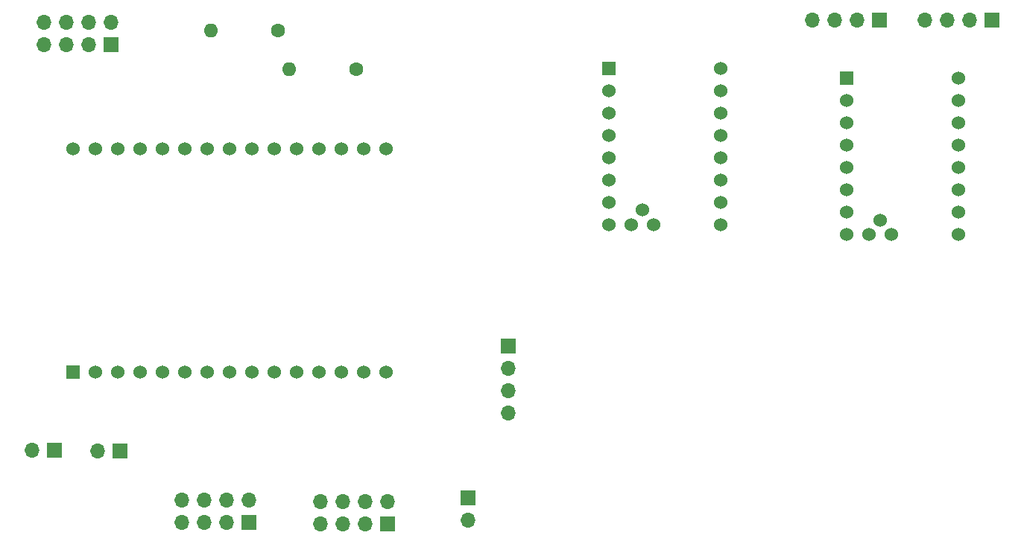
<source format=gbr>
%TF.GenerationSoftware,KiCad,Pcbnew,5.1.9-73d0e3b20d~88~ubuntu20.04.1*%
%TF.CreationDate,2021-04-09T21:37:22+02:00*%
%TF.ProjectId,RBY_tireuse,5242595f-7469-4726-9575-73652e6b6963,rev?*%
%TF.SameCoordinates,Original*%
%TF.FileFunction,Soldermask,Bot*%
%TF.FilePolarity,Negative*%
%FSLAX46Y46*%
G04 Gerber Fmt 4.6, Leading zero omitted, Abs format (unit mm)*
G04 Created by KiCad (PCBNEW 5.1.9-73d0e3b20d~88~ubuntu20.04.1) date 2021-04-09 21:37:22*
%MOMM*%
%LPD*%
G01*
G04 APERTURE LIST*
%ADD10O,1.700000X1.700000*%
%ADD11R,1.700000X1.700000*%
%ADD12R,1.524000X1.524000*%
%ADD13C,1.524000*%
%ADD14O,1.600000X1.600000*%
%ADD15C,1.600000*%
G04 APERTURE END LIST*
D10*
%TO.C,J6*%
X106807000Y-110236000D03*
X106807000Y-107696000D03*
X106807000Y-105156000D03*
D11*
X106807000Y-102616000D03*
%TD*%
D10*
%TO.C,J7*%
X102235000Y-122428000D03*
D11*
X102235000Y-119888000D03*
%TD*%
D12*
%TO.C,U3*%
X57404000Y-105537000D03*
D13*
X59944000Y-105537000D03*
X62484000Y-105537000D03*
X65024000Y-105537000D03*
X67564000Y-105537000D03*
X70104000Y-105537000D03*
X72644000Y-105537000D03*
X75184000Y-105537000D03*
X77724000Y-105537000D03*
X80264000Y-105537000D03*
X82804000Y-105537000D03*
X85344000Y-105537000D03*
X87884000Y-105537000D03*
X90424000Y-105537000D03*
X92964000Y-105537000D03*
X92964000Y-80137000D03*
X90424000Y-80137000D03*
X87884000Y-80137000D03*
X85344000Y-80137000D03*
X82804000Y-80137000D03*
X80264000Y-80137000D03*
X77724000Y-80137000D03*
X75184000Y-80137000D03*
X72644000Y-80137000D03*
X70104000Y-80137000D03*
X67564000Y-80137000D03*
X65024000Y-80137000D03*
X62484000Y-80137000D03*
X59944000Y-80137000D03*
X57404000Y-80137000D03*
%TD*%
%TO.C,U2*%
X149098000Y-88265000D03*
X150368000Y-89916000D03*
X147828000Y-89916000D03*
D12*
X145288000Y-72136000D03*
D13*
X145288000Y-74676000D03*
X145288000Y-77216000D03*
X145288000Y-79756000D03*
X145288000Y-82296000D03*
X145288000Y-84836000D03*
X145288000Y-87376000D03*
X145288000Y-89916000D03*
X157988000Y-89916000D03*
X157988000Y-87376000D03*
X157988000Y-84836000D03*
X157988000Y-82296000D03*
X157988000Y-79756000D03*
X157988000Y-77216000D03*
X157988000Y-74676000D03*
X157988000Y-72136000D03*
%TD*%
%TO.C,U1*%
X122047000Y-87122000D03*
X123317000Y-88773000D03*
X120777000Y-88773000D03*
D12*
X118237000Y-70993000D03*
D13*
X118237000Y-73533000D03*
X118237000Y-76073000D03*
X118237000Y-78613000D03*
X118237000Y-81153000D03*
X118237000Y-83693000D03*
X118237000Y-86233000D03*
X118237000Y-88773000D03*
X130937000Y-88773000D03*
X130937000Y-86233000D03*
X130937000Y-83693000D03*
X130937000Y-81153000D03*
X130937000Y-78613000D03*
X130937000Y-76073000D03*
X130937000Y-73533000D03*
X130937000Y-70993000D03*
%TD*%
D14*
%TO.C,R2*%
X81915000Y-71120000D03*
D15*
X89535000Y-71120000D03*
%TD*%
D14*
%TO.C,R1*%
X73025000Y-66675000D03*
D15*
X80645000Y-66675000D03*
%TD*%
D10*
%TO.C,J9*%
X60198000Y-114554000D03*
D11*
X62738000Y-114554000D03*
%TD*%
D10*
%TO.C,J8*%
X52705000Y-114427000D03*
D11*
X55245000Y-114427000D03*
%TD*%
D10*
%TO.C,J5*%
X154178000Y-65532000D03*
X156718000Y-65532000D03*
X159258000Y-65532000D03*
D11*
X161798000Y-65532000D03*
%TD*%
D10*
%TO.C,J4*%
X141351000Y-65532000D03*
X143891000Y-65532000D03*
X146431000Y-65532000D03*
D11*
X148971000Y-65532000D03*
%TD*%
D10*
%TO.C,J3*%
X69723000Y-120142000D03*
X69723000Y-122682000D03*
X72263000Y-120142000D03*
X72263000Y-122682000D03*
X74803000Y-120142000D03*
X74803000Y-122682000D03*
X77343000Y-120142000D03*
D11*
X77343000Y-122682000D03*
%TD*%
D10*
%TO.C,J2*%
X85471000Y-120269000D03*
X85471000Y-122809000D03*
X88011000Y-120269000D03*
X88011000Y-122809000D03*
X90551000Y-120269000D03*
X90551000Y-122809000D03*
X93091000Y-120269000D03*
D11*
X93091000Y-122809000D03*
%TD*%
D10*
%TO.C,J1*%
X54102000Y-65786000D03*
X54102000Y-68326000D03*
X56642000Y-65786000D03*
X56642000Y-68326000D03*
X59182000Y-65786000D03*
X59182000Y-68326000D03*
X61722000Y-65786000D03*
D11*
X61722000Y-68326000D03*
%TD*%
M02*

</source>
